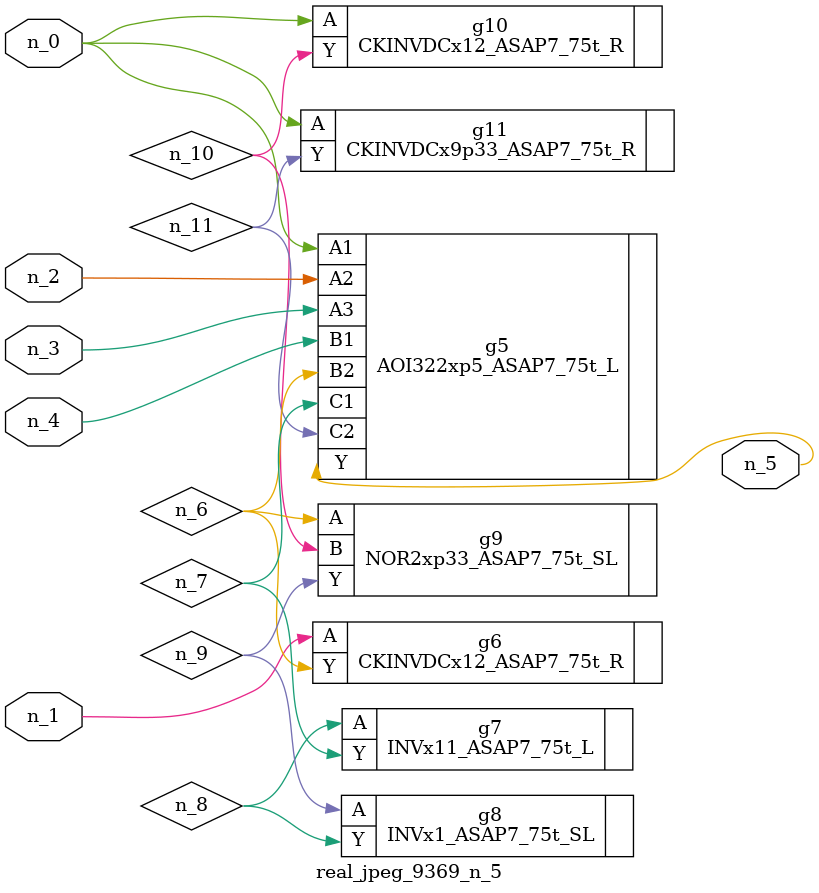
<source format=v>
module real_jpeg_9369_n_5 (n_4, n_0, n_1, n_2, n_3, n_5);

input n_4;
input n_0;
input n_1;
input n_2;
input n_3;

output n_5;

wire n_8;
wire n_11;
wire n_6;
wire n_7;
wire n_10;
wire n_9;

AOI322xp5_ASAP7_75t_L g5 ( 
.A1(n_0),
.A2(n_2),
.A3(n_3),
.B1(n_4),
.B2(n_6),
.C1(n_7),
.C2(n_11),
.Y(n_5)
);

CKINVDCx12_ASAP7_75t_R g10 ( 
.A(n_0),
.Y(n_10)
);

CKINVDCx9p33_ASAP7_75t_R g11 ( 
.A(n_0),
.Y(n_11)
);

CKINVDCx12_ASAP7_75t_R g6 ( 
.A(n_1),
.Y(n_6)
);

NOR2xp33_ASAP7_75t_SL g9 ( 
.A(n_6),
.B(n_10),
.Y(n_9)
);

INVx11_ASAP7_75t_L g7 ( 
.A(n_8),
.Y(n_7)
);

INVx1_ASAP7_75t_SL g8 ( 
.A(n_9),
.Y(n_8)
);


endmodule
</source>
